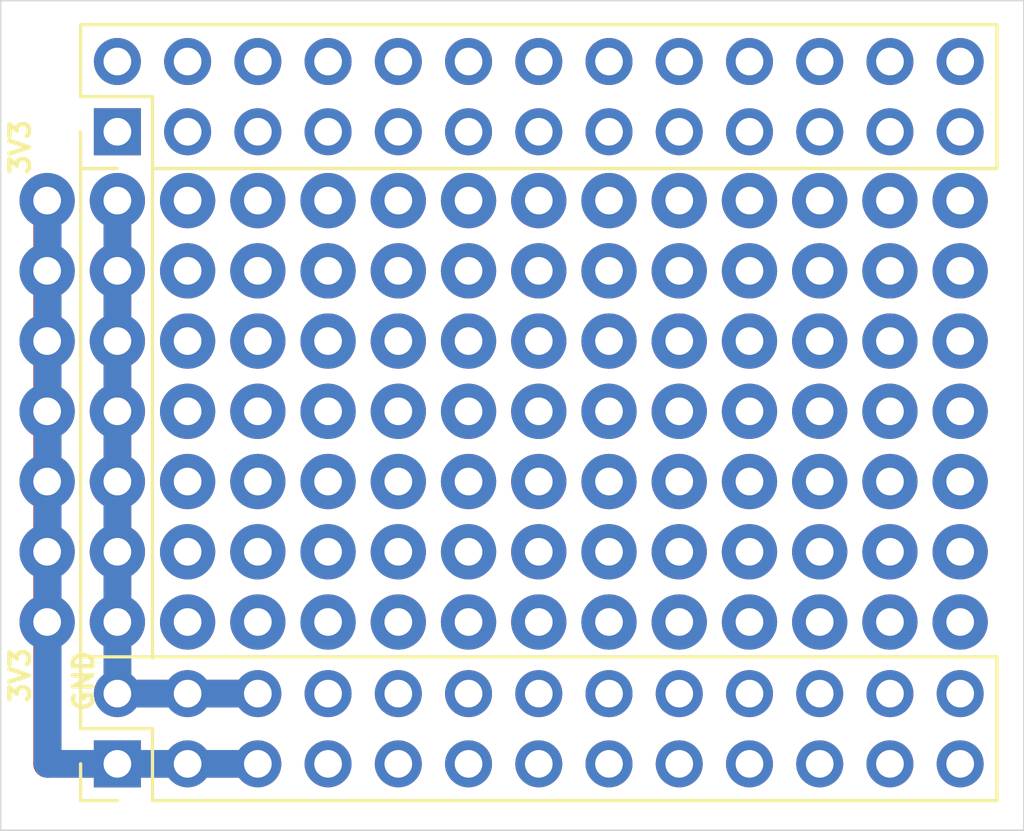
<source format=kicad_pcb>
(kicad_pcb (version 20171130) (host pcbnew "(5.1.8-0-10_14)")

  (general
    (thickness 1.6)
    (drawings 9)
    (tracks 14)
    (zones 0)
    (modules 100)
    (nets 43)
  )

  (page A4)
  (layers
    (0 F.Cu signal)
    (31 B.Cu signal)
    (32 B.Adhes user)
    (33 F.Adhes user)
    (34 B.Paste user)
    (35 F.Paste user)
    (36 B.SilkS user)
    (37 F.SilkS user)
    (38 B.Mask user)
    (39 F.Mask user)
    (40 Dwgs.User user)
    (41 Cmts.User user)
    (42 Eco1.User user)
    (43 Eco2.User user)
    (44 Edge.Cuts user)
    (45 Margin user)
    (46 B.CrtYd user)
    (47 F.CrtYd user)
    (48 B.Fab user)
    (49 F.Fab user)
  )

  (setup
    (last_trace_width 1)
    (user_trace_width 0.1)
    (user_trace_width 0.2)
    (user_trace_width 0.25)
    (user_trace_width 0.261112)
    (user_trace_width 0.4)
    (user_trace_width 0.6)
    (user_trace_width 0.8)
    (user_trace_width 1)
    (trace_clearance 0.127)
    (zone_clearance 0.508)
    (zone_45_only no)
    (trace_min 0.09)
    (via_size 0.8)
    (via_drill 0.4)
    (via_min_size 0.45)
    (via_min_drill 0.2)
    (user_via 0.45 0.2)
    (user_via 0.6 0.4)
    (user_via 0.8 0.4)
    (user_via 1 0.6)
    (uvia_size 0.3)
    (uvia_drill 0.1)
    (uvias_allowed no)
    (uvia_min_size 0.2)
    (uvia_min_drill 0.1)
    (edge_width 0.05)
    (segment_width 0.2)
    (pcb_text_width 0.3)
    (pcb_text_size 1.5 1.5)
    (mod_edge_width 0.12)
    (mod_text_size 1 1)
    (mod_text_width 0.16)
    (pad_size 1.524 1.524)
    (pad_drill 0.762)
    (pad_to_mask_clearance 0.05)
    (aux_axis_origin 0 0)
    (visible_elements FFFFFF7F)
    (pcbplotparams
      (layerselection 0x010fc_ffffffff)
      (usegerberextensions false)
      (usegerberattributes true)
      (usegerberadvancedattributes true)
      (creategerberjobfile true)
      (excludeedgelayer true)
      (linewidth 0.100000)
      (plotframeref false)
      (viasonmask false)
      (mode 1)
      (useauxorigin false)
      (hpglpennumber 1)
      (hpglpenspeed 20)
      (hpglpendiameter 15.000000)
      (psnegative false)
      (psa4output false)
      (plotreference true)
      (plotvalue true)
      (plotinvisibletext false)
      (padsonsilk false)
      (subtractmaskfromsilk false)
      (outputformat 1)
      (mirror false)
      (drillshape 0)
      (scaleselection 1)
      (outputdirectory "assembly"))
  )

  (net 0 "")
  (net 1 GND)
  (net 2 +3V3)
  (net 3 +5V)
  (net 4 /BD0)
  (net 5 /BD1)
  (net 6 /BD2)
  (net 7 /BD3)
  (net 8 /VIO)
  (net 9 /BD4)
  (net 10 /BD5)
  (net 11 /BD6)
  (net 12 /BD7)
  (net 13 /BC0)
  (net 14 /BC1)
  (net 15 /BC2)
  (net 16 /BC3)
  (net 17 /BC4)
  (net 18 /BC5)
  (net 19 /BC6)
  (net 20 /BC7)
  (net 21 /PWREN#)
  (net 22 /DATA)
  (net 23 /CLK)
  (net 24 /CS)
  (net 25 /AC7)
  (net 26 /SUSPEND#)
  (net 27 /AC5)
  (net 28 /AC6)
  (net 29 /AC4)
  (net 30 /AC2)
  (net 31 /AC3)
  (net 32 /AC0)
  (net 33 /AC1)
  (net 34 /AD6)
  (net 35 /AD7)
  (net 36 /AD4)
  (net 37 /AD5)
  (net 38 /AD3)
  (net 39 /AD1)
  (net 40 /AD2)
  (net 41 /AD0)
  (net 42 /RESET#)

  (net_class Default "This is the default net class."
    (clearance 0.127)
    (trace_width 0.2)
    (via_dia 0.8)
    (via_drill 0.4)
    (uvia_dia 0.3)
    (uvia_drill 0.1)
    (diff_pair_width 0.261112)
    (diff_pair_gap 0.2032)
    (add_net +3V3)
    (add_net +5V)
    (add_net /AC0)
    (add_net /AC1)
    (add_net /AC2)
    (add_net /AC3)
    (add_net /AC4)
    (add_net /AC5)
    (add_net /AC6)
    (add_net /AC7)
    (add_net /AD0)
    (add_net /AD1)
    (add_net /AD2)
    (add_net /AD3)
    (add_net /AD4)
    (add_net /AD5)
    (add_net /AD6)
    (add_net /AD7)
    (add_net /BC0)
    (add_net /BC1)
    (add_net /BC2)
    (add_net /BC3)
    (add_net /BC4)
    (add_net /BC5)
    (add_net /BC6)
    (add_net /BC7)
    (add_net /BD0)
    (add_net /BD1)
    (add_net /BD2)
    (add_net /BD3)
    (add_net /BD4)
    (add_net /BD5)
    (add_net /BD6)
    (add_net /BD7)
    (add_net /CLK)
    (add_net /CS)
    (add_net /DATA)
    (add_net /PWREN#)
    (add_net /RESET#)
    (add_net /SUSPEND#)
    (add_net /VIO)
    (add_net GND)
  )

  (module yacht_hardware:ProtoPad-Drill1mm (layer F.Cu) (tedit 5FC168B0) (tstamp 5FC35607)
    (at 106.68 96.52)
    (fp_text reference REF** (at 0 1.95) (layer F.SilkS) hide
      (effects (font (size 1 1) (thickness 0.15)))
    )
    (fp_text value ProtoPad-Drill1mm (at 0 -1.8) (layer F.Fab) hide
      (effects (font (size 1 1) (thickness 0.15)))
    )
    (pad 1 thru_hole circle (at 0 -0.05) (size 2 2) (drill 1) (layers *.Cu *.Mask))
  )

  (module yacht_hardware:ProtoPad-Drill1mm (layer F.Cu) (tedit 5FC168B0) (tstamp 5FC355F7)
    (at 106.68 93.98)
    (fp_text reference REF** (at 0 1.95) (layer F.SilkS) hide
      (effects (font (size 1 1) (thickness 0.15)))
    )
    (fp_text value ProtoPad-Drill1mm (at 0 -1.8) (layer F.Fab) hide
      (effects (font (size 1 1) (thickness 0.15)))
    )
    (pad 1 thru_hole circle (at 0 -0.05) (size 2 2) (drill 1) (layers *.Cu *.Mask))
  )

  (module yacht_hardware:ProtoPad-Drill1mm (layer F.Cu) (tedit 5FC168B0) (tstamp 5FC355EF)
    (at 106.68 91.44)
    (fp_text reference REF** (at 0 1.95) (layer F.SilkS) hide
      (effects (font (size 1 1) (thickness 0.15)))
    )
    (fp_text value ProtoPad-Drill1mm (at 0 -1.8) (layer F.Fab) hide
      (effects (font (size 1 1) (thickness 0.15)))
    )
    (pad 1 thru_hole circle (at 0 -0.05) (size 2 2) (drill 1) (layers *.Cu *.Mask))
  )

  (module yacht_hardware:ProtoPad-Drill1mm (layer F.Cu) (tedit 5FC168B0) (tstamp 5FC355E7)
    (at 106.68 88.9)
    (fp_text reference REF** (at 0 1.95) (layer F.SilkS) hide
      (effects (font (size 1 1) (thickness 0.15)))
    )
    (fp_text value ProtoPad-Drill1mm (at 0 -1.8) (layer F.Fab) hide
      (effects (font (size 1 1) (thickness 0.15)))
    )
    (pad 1 thru_hole circle (at 0 -0.05) (size 2 2) (drill 1) (layers *.Cu *.Mask))
  )

  (module yacht_hardware:ProtoPad-Drill1mm (layer F.Cu) (tedit 5FC168B0) (tstamp 5FC355DF)
    (at 106.68 86.36)
    (fp_text reference REF** (at 0 1.95) (layer F.SilkS) hide
      (effects (font (size 1 1) (thickness 0.15)))
    )
    (fp_text value ProtoPad-Drill1mm (at 0 -1.8) (layer F.Fab) hide
      (effects (font (size 1 1) (thickness 0.15)))
    )
    (pad 1 thru_hole circle (at 0 -0.05) (size 2 2) (drill 1) (layers *.Cu *.Mask))
  )

  (module yacht_hardware:ProtoPad-Drill1mm (layer F.Cu) (tedit 5FC168B0) (tstamp 5FC355D7)
    (at 106.68 83.82)
    (fp_text reference REF** (at 0 1.95) (layer F.SilkS) hide
      (effects (font (size 1 1) (thickness 0.15)))
    )
    (fp_text value ProtoPad-Drill1mm (at 0 -1.8) (layer F.Fab) hide
      (effects (font (size 1 1) (thickness 0.15)))
    )
    (pad 1 thru_hole circle (at 0 -0.05) (size 2 2) (drill 1) (layers *.Cu *.Mask))
  )

  (module yacht_hardware:ProtoPad-Drill1mm (layer F.Cu) (tedit 5FC168B0) (tstamp 5FC355CF)
    (at 106.68 81.28)
    (fp_text reference REF** (at 0 1.95) (layer F.SilkS) hide
      (effects (font (size 1 1) (thickness 0.15)))
    )
    (fp_text value ProtoPad-Drill1mm (at 0 -1.8) (layer F.Fab) hide
      (effects (font (size 1 1) (thickness 0.15)))
    )
    (pad 1 thru_hole circle (at 0 -0.05) (size 2 2) (drill 1) (layers *.Cu *.Mask))
  )

  (module yacht_hardware:ProtoPad-Drill1mm (layer F.Cu) (tedit 5FC168B0) (tstamp 5FC35579)
    (at 137.16 96.52)
    (fp_text reference REF** (at 0 1.95) (layer F.SilkS) hide
      (effects (font (size 1 1) (thickness 0.15)))
    )
    (fp_text value ProtoPad-Drill1mm (at 0 -1.8) (layer F.Fab) hide
      (effects (font (size 1 1) (thickness 0.15)))
    )
    (pad 1 thru_hole circle (at 0 -0.05) (size 2 2) (drill 1) (layers *.Cu *.Mask))
  )

  (module yacht_hardware:ProtoPad-Drill1mm (layer F.Cu) (tedit 5FC168B0) (tstamp 5FC35575)
    (at 129.54 96.52)
    (fp_text reference REF** (at 0 1.95) (layer F.SilkS) hide
      (effects (font (size 1 1) (thickness 0.15)))
    )
    (fp_text value ProtoPad-Drill1mm (at 0 -1.8) (layer F.Fab) hide
      (effects (font (size 1 1) (thickness 0.15)))
    )
    (pad 1 thru_hole circle (at 0 -0.05) (size 2 2) (drill 1) (layers *.Cu *.Mask))
  )

  (module yacht_hardware:ProtoPad-Drill1mm (layer F.Cu) (tedit 5FC168B0) (tstamp 5FC35571)
    (at 139.7 96.52)
    (fp_text reference REF** (at 0 1.95) (layer F.SilkS) hide
      (effects (font (size 1 1) (thickness 0.15)))
    )
    (fp_text value ProtoPad-Drill1mm (at 0 -1.8) (layer F.Fab) hide
      (effects (font (size 1 1) (thickness 0.15)))
    )
    (pad 1 thru_hole circle (at 0 -0.05) (size 2 2) (drill 1) (layers *.Cu *.Mask))
  )

  (module yacht_hardware:ProtoPad-Drill1mm (layer F.Cu) (tedit 5FC168B0) (tstamp 5FC3556D)
    (at 132.08 96.52)
    (fp_text reference REF** (at 0 1.95) (layer F.SilkS) hide
      (effects (font (size 1 1) (thickness 0.15)))
    )
    (fp_text value ProtoPad-Drill1mm (at 0 -1.8) (layer F.Fab) hide
      (effects (font (size 1 1) (thickness 0.15)))
    )
    (pad 1 thru_hole circle (at 0 -0.05) (size 2 2) (drill 1) (layers *.Cu *.Mask))
  )

  (module yacht_hardware:ProtoPad-Drill1mm (layer F.Cu) (tedit 5FC168B0) (tstamp 5FC35569)
    (at 124.46 96.52)
    (fp_text reference REF** (at 0 1.95) (layer F.SilkS) hide
      (effects (font (size 1 1) (thickness 0.15)))
    )
    (fp_text value ProtoPad-Drill1mm (at 0 -1.8) (layer F.Fab) hide
      (effects (font (size 1 1) (thickness 0.15)))
    )
    (pad 1 thru_hole circle (at 0 -0.05) (size 2 2) (drill 1) (layers *.Cu *.Mask))
  )

  (module yacht_hardware:ProtoPad-Drill1mm (layer F.Cu) (tedit 5FC168B0) (tstamp 5FC35565)
    (at 119.38 96.52)
    (fp_text reference REF** (at 0 1.95) (layer F.SilkS) hide
      (effects (font (size 1 1) (thickness 0.15)))
    )
    (fp_text value ProtoPad-Drill1mm (at 0 -1.8) (layer F.Fab) hide
      (effects (font (size 1 1) (thickness 0.15)))
    )
    (pad 1 thru_hole circle (at 0 -0.05) (size 2 2) (drill 1) (layers *.Cu *.Mask))
  )

  (module yacht_hardware:ProtoPad-Drill1mm (layer F.Cu) (tedit 5FC168B0) (tstamp 5FC35561)
    (at 109.22 96.52)
    (fp_text reference REF** (at 0 1.95) (layer F.SilkS) hide
      (effects (font (size 1 1) (thickness 0.15)))
    )
    (fp_text value ProtoPad-Drill1mm (at 0 -1.8) (layer F.Fab) hide
      (effects (font (size 1 1) (thickness 0.15)))
    )
    (pad 1 thru_hole circle (at 0 -0.05) (size 2 2) (drill 1) (layers *.Cu *.Mask))
  )

  (module yacht_hardware:ProtoPad-Drill1mm (layer F.Cu) (tedit 5FC168B0) (tstamp 5FC3555D)
    (at 121.92 96.52)
    (fp_text reference REF** (at 0 1.95) (layer F.SilkS) hide
      (effects (font (size 1 1) (thickness 0.15)))
    )
    (fp_text value ProtoPad-Drill1mm (at 0 -1.8) (layer F.Fab) hide
      (effects (font (size 1 1) (thickness 0.15)))
    )
    (pad 1 thru_hole circle (at 0 -0.05) (size 2 2) (drill 1) (layers *.Cu *.Mask))
  )

  (module yacht_hardware:ProtoPad-Drill1mm (layer F.Cu) (tedit 5FC168B0) (tstamp 5FC35555)
    (at 111.76 96.52)
    (fp_text reference REF** (at 0 1.95) (layer F.SilkS) hide
      (effects (font (size 1 1) (thickness 0.15)))
    )
    (fp_text value ProtoPad-Drill1mm (at 0 -1.8) (layer F.Fab) hide
      (effects (font (size 1 1) (thickness 0.15)))
    )
    (pad 1 thru_hole circle (at 0 -0.05) (size 2 2) (drill 1) (layers *.Cu *.Mask))
  )

  (module yacht_hardware:ProtoPad-Drill1mm (layer F.Cu) (tedit 5FC168B0) (tstamp 5FC35551)
    (at 114.3 96.52)
    (fp_text reference REF** (at 0 1.95) (layer F.SilkS) hide
      (effects (font (size 1 1) (thickness 0.15)))
    )
    (fp_text value ProtoPad-Drill1mm (at 0 -1.8) (layer F.Fab) hide
      (effects (font (size 1 1) (thickness 0.15)))
    )
    (pad 1 thru_hole circle (at 0 -0.05) (size 2 2) (drill 1) (layers *.Cu *.Mask))
  )

  (module yacht_hardware:ProtoPad-Drill1mm (layer F.Cu) (tedit 5FC168B0) (tstamp 5FC3554D)
    (at 134.62 96.52)
    (fp_text reference REF** (at 0 1.95) (layer F.SilkS) hide
      (effects (font (size 1 1) (thickness 0.15)))
    )
    (fp_text value ProtoPad-Drill1mm (at 0 -1.8) (layer F.Fab) hide
      (effects (font (size 1 1) (thickness 0.15)))
    )
    (pad 1 thru_hole circle (at 0 -0.05) (size 2 2) (drill 1) (layers *.Cu *.Mask))
  )

  (module yacht_hardware:ProtoPad-Drill1mm (layer F.Cu) (tedit 5FC168B0) (tstamp 5FC35549)
    (at 127 96.52)
    (fp_text reference REF** (at 0 1.95) (layer F.SilkS) hide
      (effects (font (size 1 1) (thickness 0.15)))
    )
    (fp_text value ProtoPad-Drill1mm (at 0 -1.8) (layer F.Fab) hide
      (effects (font (size 1 1) (thickness 0.15)))
    )
    (pad 1 thru_hole circle (at 0 -0.05) (size 2 2) (drill 1) (layers *.Cu *.Mask))
  )

  (module yacht_hardware:ProtoPad-Drill1mm (layer F.Cu) (tedit 5FC168B0) (tstamp 5FC35545)
    (at 116.84 96.52)
    (fp_text reference REF** (at 0 1.95) (layer F.SilkS) hide
      (effects (font (size 1 1) (thickness 0.15)))
    )
    (fp_text value ProtoPad-Drill1mm (at 0 -1.8) (layer F.Fab) hide
      (effects (font (size 1 1) (thickness 0.15)))
    )
    (pad 1 thru_hole circle (at 0 -0.05) (size 2 2) (drill 1) (layers *.Cu *.Mask))
  )

  (module yacht_hardware:ProtoPad-Drill1mm (layer F.Cu) (tedit 5FC168B0) (tstamp 5FC35509)
    (at 137.16 93.98)
    (fp_text reference REF** (at 0 1.95) (layer F.SilkS) hide
      (effects (font (size 1 1) (thickness 0.15)))
    )
    (fp_text value ProtoPad-Drill1mm (at 0 -1.8) (layer F.Fab) hide
      (effects (font (size 1 1) (thickness 0.15)))
    )
    (pad 1 thru_hole circle (at 0 -0.05) (size 2 2) (drill 1) (layers *.Cu *.Mask))
  )

  (module yacht_hardware:ProtoPad-Drill1mm (layer F.Cu) (tedit 5FC168B0) (tstamp 5FC35505)
    (at 129.54 93.98)
    (fp_text reference REF** (at 0 1.95) (layer F.SilkS) hide
      (effects (font (size 1 1) (thickness 0.15)))
    )
    (fp_text value ProtoPad-Drill1mm (at 0 -1.8) (layer F.Fab) hide
      (effects (font (size 1 1) (thickness 0.15)))
    )
    (pad 1 thru_hole circle (at 0 -0.05) (size 2 2) (drill 1) (layers *.Cu *.Mask))
  )

  (module yacht_hardware:ProtoPad-Drill1mm (layer F.Cu) (tedit 5FC168B0) (tstamp 5FC35501)
    (at 139.7 93.98)
    (fp_text reference REF** (at 0 1.95) (layer F.SilkS) hide
      (effects (font (size 1 1) (thickness 0.15)))
    )
    (fp_text value ProtoPad-Drill1mm (at 0 -1.8) (layer F.Fab) hide
      (effects (font (size 1 1) (thickness 0.15)))
    )
    (pad 1 thru_hole circle (at 0 -0.05) (size 2 2) (drill 1) (layers *.Cu *.Mask))
  )

  (module yacht_hardware:ProtoPad-Drill1mm (layer F.Cu) (tedit 5FC168B0) (tstamp 5FC354FD)
    (at 132.08 93.98)
    (fp_text reference REF** (at 0 1.95) (layer F.SilkS) hide
      (effects (font (size 1 1) (thickness 0.15)))
    )
    (fp_text value ProtoPad-Drill1mm (at 0 -1.8) (layer F.Fab) hide
      (effects (font (size 1 1) (thickness 0.15)))
    )
    (pad 1 thru_hole circle (at 0 -0.05) (size 2 2) (drill 1) (layers *.Cu *.Mask))
  )

  (module yacht_hardware:ProtoPad-Drill1mm (layer F.Cu) (tedit 5FC168B0) (tstamp 5FC354F9)
    (at 119.38 93.98)
    (fp_text reference REF** (at 0 1.95) (layer F.SilkS) hide
      (effects (font (size 1 1) (thickness 0.15)))
    )
    (fp_text value ProtoPad-Drill1mm (at 0 -1.8) (layer F.Fab) hide
      (effects (font (size 1 1) (thickness 0.15)))
    )
    (pad 1 thru_hole circle (at 0 -0.05) (size 2 2) (drill 1) (layers *.Cu *.Mask))
  )

  (module yacht_hardware:ProtoPad-Drill1mm (layer F.Cu) (tedit 5FC168B0) (tstamp 5FC354F5)
    (at 124.46 93.98)
    (fp_text reference REF** (at 0 1.95) (layer F.SilkS) hide
      (effects (font (size 1 1) (thickness 0.15)))
    )
    (fp_text value ProtoPad-Drill1mm (at 0 -1.8) (layer F.Fab) hide
      (effects (font (size 1 1) (thickness 0.15)))
    )
    (pad 1 thru_hole circle (at 0 -0.05) (size 2 2) (drill 1) (layers *.Cu *.Mask))
  )

  (module yacht_hardware:ProtoPad-Drill1mm (layer F.Cu) (tedit 5FC168B0) (tstamp 5FC354F1)
    (at 109.22 93.98)
    (fp_text reference REF** (at 0 1.95) (layer F.SilkS) hide
      (effects (font (size 1 1) (thickness 0.15)))
    )
    (fp_text value ProtoPad-Drill1mm (at 0 -1.8) (layer F.Fab) hide
      (effects (font (size 1 1) (thickness 0.15)))
    )
    (pad 1 thru_hole circle (at 0 -0.05) (size 2 2) (drill 1) (layers *.Cu *.Mask))
  )

  (module yacht_hardware:ProtoPad-Drill1mm (layer F.Cu) (tedit 5FC168B0) (tstamp 5FC354ED)
    (at 121.92 93.98)
    (fp_text reference REF** (at 0 1.95) (layer F.SilkS) hide
      (effects (font (size 1 1) (thickness 0.15)))
    )
    (fp_text value ProtoPad-Drill1mm (at 0 -1.8) (layer F.Fab) hide
      (effects (font (size 1 1) (thickness 0.15)))
    )
    (pad 1 thru_hole circle (at 0 -0.05) (size 2 2) (drill 1) (layers *.Cu *.Mask))
  )

  (module yacht_hardware:ProtoPad-Drill1mm (layer F.Cu) (tedit 5FC168B0) (tstamp 5FC354E5)
    (at 111.76 93.98)
    (fp_text reference REF** (at 0 1.95) (layer F.SilkS) hide
      (effects (font (size 1 1) (thickness 0.15)))
    )
    (fp_text value ProtoPad-Drill1mm (at 0 -1.8) (layer F.Fab) hide
      (effects (font (size 1 1) (thickness 0.15)))
    )
    (pad 1 thru_hole circle (at 0 -0.05) (size 2 2) (drill 1) (layers *.Cu *.Mask))
  )

  (module yacht_hardware:ProtoPad-Drill1mm (layer F.Cu) (tedit 5FC168B0) (tstamp 5FC354E1)
    (at 114.3 93.98)
    (fp_text reference REF** (at 0 1.95) (layer F.SilkS) hide
      (effects (font (size 1 1) (thickness 0.15)))
    )
    (fp_text value ProtoPad-Drill1mm (at 0 -1.8) (layer F.Fab) hide
      (effects (font (size 1 1) (thickness 0.15)))
    )
    (pad 1 thru_hole circle (at 0 -0.05) (size 2 2) (drill 1) (layers *.Cu *.Mask))
  )

  (module yacht_hardware:ProtoPad-Drill1mm (layer F.Cu) (tedit 5FC168B0) (tstamp 5FC354DD)
    (at 134.62 93.98)
    (fp_text reference REF** (at 0 1.95) (layer F.SilkS) hide
      (effects (font (size 1 1) (thickness 0.15)))
    )
    (fp_text value ProtoPad-Drill1mm (at 0 -1.8) (layer F.Fab) hide
      (effects (font (size 1 1) (thickness 0.15)))
    )
    (pad 1 thru_hole circle (at 0 -0.05) (size 2 2) (drill 1) (layers *.Cu *.Mask))
  )

  (module yacht_hardware:ProtoPad-Drill1mm (layer F.Cu) (tedit 5FC168B0) (tstamp 5FC354D9)
    (at 127 93.98)
    (fp_text reference REF** (at 0 1.95) (layer F.SilkS) hide
      (effects (font (size 1 1) (thickness 0.15)))
    )
    (fp_text value ProtoPad-Drill1mm (at 0 -1.8) (layer F.Fab) hide
      (effects (font (size 1 1) (thickness 0.15)))
    )
    (pad 1 thru_hole circle (at 0 -0.05) (size 2 2) (drill 1) (layers *.Cu *.Mask))
  )

  (module yacht_hardware:ProtoPad-Drill1mm (layer F.Cu) (tedit 5FC168B0) (tstamp 5FC354D5)
    (at 116.84 93.98)
    (fp_text reference REF** (at 0 1.95) (layer F.SilkS) hide
      (effects (font (size 1 1) (thickness 0.15)))
    )
    (fp_text value ProtoPad-Drill1mm (at 0 -1.8) (layer F.Fab) hide
      (effects (font (size 1 1) (thickness 0.15)))
    )
    (pad 1 thru_hole circle (at 0 -0.05) (size 2 2) (drill 1) (layers *.Cu *.Mask))
  )

  (module yacht_hardware:ProtoPad-Drill1mm (layer F.Cu) (tedit 5FC168B0) (tstamp 5FC35499)
    (at 137.16 91.44)
    (fp_text reference REF** (at 0 1.95) (layer F.SilkS) hide
      (effects (font (size 1 1) (thickness 0.15)))
    )
    (fp_text value ProtoPad-Drill1mm (at 0 -1.8) (layer F.Fab) hide
      (effects (font (size 1 1) (thickness 0.15)))
    )
    (pad 1 thru_hole circle (at 0 -0.05) (size 2 2) (drill 1) (layers *.Cu *.Mask))
  )

  (module yacht_hardware:ProtoPad-Drill1mm (layer F.Cu) (tedit 5FC168B0) (tstamp 5FC35495)
    (at 129.54 91.44)
    (fp_text reference REF** (at 0 1.95) (layer F.SilkS) hide
      (effects (font (size 1 1) (thickness 0.15)))
    )
    (fp_text value ProtoPad-Drill1mm (at 0 -1.8) (layer F.Fab) hide
      (effects (font (size 1 1) (thickness 0.15)))
    )
    (pad 1 thru_hole circle (at 0 -0.05) (size 2 2) (drill 1) (layers *.Cu *.Mask))
  )

  (module yacht_hardware:ProtoPad-Drill1mm (layer F.Cu) (tedit 5FC168B0) (tstamp 5FC35491)
    (at 139.7 91.44)
    (fp_text reference REF** (at 0 1.95) (layer F.SilkS) hide
      (effects (font (size 1 1) (thickness 0.15)))
    )
    (fp_text value ProtoPad-Drill1mm (at 0 -1.8) (layer F.Fab) hide
      (effects (font (size 1 1) (thickness 0.15)))
    )
    (pad 1 thru_hole circle (at 0 -0.05) (size 2 2) (drill 1) (layers *.Cu *.Mask))
  )

  (module yacht_hardware:ProtoPad-Drill1mm (layer F.Cu) (tedit 5FC168B0) (tstamp 5FC3548D)
    (at 132.08 91.44)
    (fp_text reference REF** (at 0 1.95) (layer F.SilkS) hide
      (effects (font (size 1 1) (thickness 0.15)))
    )
    (fp_text value ProtoPad-Drill1mm (at 0 -1.8) (layer F.Fab) hide
      (effects (font (size 1 1) (thickness 0.15)))
    )
    (pad 1 thru_hole circle (at 0 -0.05) (size 2 2) (drill 1) (layers *.Cu *.Mask))
  )

  (module yacht_hardware:ProtoPad-Drill1mm (layer F.Cu) (tedit 5FC168B0) (tstamp 5FC35489)
    (at 119.38 91.44)
    (fp_text reference REF** (at 0 1.95) (layer F.SilkS) hide
      (effects (font (size 1 1) (thickness 0.15)))
    )
    (fp_text value ProtoPad-Drill1mm (at 0 -1.8) (layer F.Fab) hide
      (effects (font (size 1 1) (thickness 0.15)))
    )
    (pad 1 thru_hole circle (at 0 -0.05) (size 2 2) (drill 1) (layers *.Cu *.Mask))
  )

  (module yacht_hardware:ProtoPad-Drill1mm (layer F.Cu) (tedit 5FC168B0) (tstamp 5FC35485)
    (at 124.46 91.44)
    (fp_text reference REF** (at 0 1.95) (layer F.SilkS) hide
      (effects (font (size 1 1) (thickness 0.15)))
    )
    (fp_text value ProtoPad-Drill1mm (at 0 -1.8) (layer F.Fab) hide
      (effects (font (size 1 1) (thickness 0.15)))
    )
    (pad 1 thru_hole circle (at 0 -0.05) (size 2 2) (drill 1) (layers *.Cu *.Mask))
  )

  (module yacht_hardware:ProtoPad-Drill1mm (layer F.Cu) (tedit 5FC168B0) (tstamp 5FC35481)
    (at 109.22 91.44)
    (fp_text reference REF** (at 0 1.95) (layer F.SilkS) hide
      (effects (font (size 1 1) (thickness 0.15)))
    )
    (fp_text value ProtoPad-Drill1mm (at 0 -1.8) (layer F.Fab) hide
      (effects (font (size 1 1) (thickness 0.15)))
    )
    (pad 1 thru_hole circle (at 0 -0.05) (size 2 2) (drill 1) (layers *.Cu *.Mask))
  )

  (module yacht_hardware:ProtoPad-Drill1mm (layer F.Cu) (tedit 5FC168B0) (tstamp 5FC3547D)
    (at 121.92 91.44)
    (fp_text reference REF** (at 0 1.95) (layer F.SilkS) hide
      (effects (font (size 1 1) (thickness 0.15)))
    )
    (fp_text value ProtoPad-Drill1mm (at 0 -1.8) (layer F.Fab) hide
      (effects (font (size 1 1) (thickness 0.15)))
    )
    (pad 1 thru_hole circle (at 0 -0.05) (size 2 2) (drill 1) (layers *.Cu *.Mask))
  )

  (module yacht_hardware:ProtoPad-Drill1mm (layer F.Cu) (tedit 5FC168B0) (tstamp 5FC35475)
    (at 111.76 91.44)
    (fp_text reference REF** (at 0 1.95) (layer F.SilkS) hide
      (effects (font (size 1 1) (thickness 0.15)))
    )
    (fp_text value ProtoPad-Drill1mm (at 0 -1.8) (layer F.Fab) hide
      (effects (font (size 1 1) (thickness 0.15)))
    )
    (pad 1 thru_hole circle (at 0 -0.05) (size 2 2) (drill 1) (layers *.Cu *.Mask))
  )

  (module yacht_hardware:ProtoPad-Drill1mm (layer F.Cu) (tedit 5FC168B0) (tstamp 5FC35471)
    (at 114.3 91.44)
    (fp_text reference REF** (at 0 1.95) (layer F.SilkS) hide
      (effects (font (size 1 1) (thickness 0.15)))
    )
    (fp_text value ProtoPad-Drill1mm (at 0 -1.8) (layer F.Fab) hide
      (effects (font (size 1 1) (thickness 0.15)))
    )
    (pad 1 thru_hole circle (at 0 -0.05) (size 2 2) (drill 1) (layers *.Cu *.Mask))
  )

  (module yacht_hardware:ProtoPad-Drill1mm (layer F.Cu) (tedit 5FC168B0) (tstamp 5FC3546D)
    (at 134.62 91.44)
    (fp_text reference REF** (at 0 1.95) (layer F.SilkS) hide
      (effects (font (size 1 1) (thickness 0.15)))
    )
    (fp_text value ProtoPad-Drill1mm (at 0 -1.8) (layer F.Fab) hide
      (effects (font (size 1 1) (thickness 0.15)))
    )
    (pad 1 thru_hole circle (at 0 -0.05) (size 2 2) (drill 1) (layers *.Cu *.Mask))
  )

  (module yacht_hardware:ProtoPad-Drill1mm (layer F.Cu) (tedit 5FC168B0) (tstamp 5FC35469)
    (at 127 91.44)
    (fp_text reference REF** (at 0 1.95) (layer F.SilkS) hide
      (effects (font (size 1 1) (thickness 0.15)))
    )
    (fp_text value ProtoPad-Drill1mm (at 0 -1.8) (layer F.Fab) hide
      (effects (font (size 1 1) (thickness 0.15)))
    )
    (pad 1 thru_hole circle (at 0 -0.05) (size 2 2) (drill 1) (layers *.Cu *.Mask))
  )

  (module yacht_hardware:ProtoPad-Drill1mm (layer F.Cu) (tedit 5FC168B0) (tstamp 5FC35465)
    (at 116.84 91.44)
    (fp_text reference REF** (at 0 1.95) (layer F.SilkS) hide
      (effects (font (size 1 1) (thickness 0.15)))
    )
    (fp_text value ProtoPad-Drill1mm (at 0 -1.8) (layer F.Fab) hide
      (effects (font (size 1 1) (thickness 0.15)))
    )
    (pad 1 thru_hole circle (at 0 -0.05) (size 2 2) (drill 1) (layers *.Cu *.Mask))
  )

  (module yacht_hardware:ProtoPad-Drill1mm (layer F.Cu) (tedit 5FC168B0) (tstamp 5FC35429)
    (at 132.08 88.9)
    (fp_text reference REF** (at 0 1.95) (layer F.SilkS) hide
      (effects (font (size 1 1) (thickness 0.15)))
    )
    (fp_text value ProtoPad-Drill1mm (at 0 -1.8) (layer F.Fab) hide
      (effects (font (size 1 1) (thickness 0.15)))
    )
    (pad 1 thru_hole circle (at 0 -0.05) (size 2 2) (drill 1) (layers *.Cu *.Mask))
  )

  (module yacht_hardware:ProtoPad-Drill1mm (layer F.Cu) (tedit 5FC168B0) (tstamp 5FC35425)
    (at 109.22 88.9)
    (fp_text reference REF** (at 0 1.95) (layer F.SilkS) hide
      (effects (font (size 1 1) (thickness 0.15)))
    )
    (fp_text value ProtoPad-Drill1mm (at 0 -1.8) (layer F.Fab) hide
      (effects (font (size 1 1) (thickness 0.15)))
    )
    (pad 1 thru_hole circle (at 0 -0.05) (size 2 2) (drill 1) (layers *.Cu *.Mask))
  )

  (module yacht_hardware:ProtoPad-Drill1mm (layer F.Cu) (tedit 5FC168B0) (tstamp 5FC35421)
    (at 137.16 88.9)
    (fp_text reference REF** (at 0 1.95) (layer F.SilkS) hide
      (effects (font (size 1 1) (thickness 0.15)))
    )
    (fp_text value ProtoPad-Drill1mm (at 0 -1.8) (layer F.Fab) hide
      (effects (font (size 1 1) (thickness 0.15)))
    )
    (pad 1 thru_hole circle (at 0 -0.05) (size 2 2) (drill 1) (layers *.Cu *.Mask))
  )

  (module yacht_hardware:ProtoPad-Drill1mm (layer F.Cu) (tedit 5FC168B0) (tstamp 5FC3541D)
    (at 129.54 88.9)
    (fp_text reference REF** (at 0 1.95) (layer F.SilkS) hide
      (effects (font (size 1 1) (thickness 0.15)))
    )
    (fp_text value ProtoPad-Drill1mm (at 0 -1.8) (layer F.Fab) hide
      (effects (font (size 1 1) (thickness 0.15)))
    )
    (pad 1 thru_hole circle (at 0 -0.05) (size 2 2) (drill 1) (layers *.Cu *.Mask))
  )

  (module yacht_hardware:ProtoPad-Drill1mm (layer F.Cu) (tedit 5FC168B0) (tstamp 5FC35419)
    (at 139.7 88.9)
    (fp_text reference REF** (at 0 1.95) (layer F.SilkS) hide
      (effects (font (size 1 1) (thickness 0.15)))
    )
    (fp_text value ProtoPad-Drill1mm (at 0 -1.8) (layer F.Fab) hide
      (effects (font (size 1 1) (thickness 0.15)))
    )
    (pad 1 thru_hole circle (at 0 -0.05) (size 2 2) (drill 1) (layers *.Cu *.Mask))
  )

  (module yacht_hardware:ProtoPad-Drill1mm (layer F.Cu) (tedit 5FC168B0) (tstamp 5FC35415)
    (at 127 88.9)
    (fp_text reference REF** (at 0 1.95) (layer F.SilkS) hide
      (effects (font (size 1 1) (thickness 0.15)))
    )
    (fp_text value ProtoPad-Drill1mm (at 0 -1.8) (layer F.Fab) hide
      (effects (font (size 1 1) (thickness 0.15)))
    )
    (pad 1 thru_hole circle (at 0 -0.05) (size 2 2) (drill 1) (layers *.Cu *.Mask))
  )

  (module yacht_hardware:ProtoPad-Drill1mm (layer F.Cu) (tedit 5FC168B0) (tstamp 5FC35411)
    (at 116.84 88.9)
    (fp_text reference REF** (at 0 1.95) (layer F.SilkS) hide
      (effects (font (size 1 1) (thickness 0.15)))
    )
    (fp_text value ProtoPad-Drill1mm (at 0 -1.8) (layer F.Fab) hide
      (effects (font (size 1 1) (thickness 0.15)))
    )
    (pad 1 thru_hole circle (at 0 -0.05) (size 2 2) (drill 1) (layers *.Cu *.Mask))
  )

  (module yacht_hardware:ProtoPad-Drill1mm (layer F.Cu) (tedit 5FC168B0) (tstamp 5FC35409)
    (at 111.76 88.9)
    (fp_text reference REF** (at 0 1.95) (layer F.SilkS) hide
      (effects (font (size 1 1) (thickness 0.15)))
    )
    (fp_text value ProtoPad-Drill1mm (at 0 -1.8) (layer F.Fab) hide
      (effects (font (size 1 1) (thickness 0.15)))
    )
    (pad 1 thru_hole circle (at 0 -0.05) (size 2 2) (drill 1) (layers *.Cu *.Mask))
  )

  (module yacht_hardware:ProtoPad-Drill1mm (layer F.Cu) (tedit 5FC168B0) (tstamp 5FC35405)
    (at 121.92 88.9)
    (fp_text reference REF** (at 0 1.95) (layer F.SilkS) hide
      (effects (font (size 1 1) (thickness 0.15)))
    )
    (fp_text value ProtoPad-Drill1mm (at 0 -1.8) (layer F.Fab) hide
      (effects (font (size 1 1) (thickness 0.15)))
    )
    (pad 1 thru_hole circle (at 0 -0.05) (size 2 2) (drill 1) (layers *.Cu *.Mask))
  )

  (module yacht_hardware:ProtoPad-Drill1mm (layer F.Cu) (tedit 5FC168B0) (tstamp 5FC35401)
    (at 114.3 88.9)
    (fp_text reference REF** (at 0 1.95) (layer F.SilkS) hide
      (effects (font (size 1 1) (thickness 0.15)))
    )
    (fp_text value ProtoPad-Drill1mm (at 0 -1.8) (layer F.Fab) hide
      (effects (font (size 1 1) (thickness 0.15)))
    )
    (pad 1 thru_hole circle (at 0 -0.05) (size 2 2) (drill 1) (layers *.Cu *.Mask))
  )

  (module yacht_hardware:ProtoPad-Drill1mm (layer F.Cu) (tedit 5FC168B0) (tstamp 5FC353FD)
    (at 134.62 88.9)
    (fp_text reference REF** (at 0 1.95) (layer F.SilkS) hide
      (effects (font (size 1 1) (thickness 0.15)))
    )
    (fp_text value ProtoPad-Drill1mm (at 0 -1.8) (layer F.Fab) hide
      (effects (font (size 1 1) (thickness 0.15)))
    )
    (pad 1 thru_hole circle (at 0 -0.05) (size 2 2) (drill 1) (layers *.Cu *.Mask))
  )

  (module yacht_hardware:ProtoPad-Drill1mm (layer F.Cu) (tedit 5FC168B0) (tstamp 5FC353F9)
    (at 119.38 88.9)
    (fp_text reference REF** (at 0 1.95) (layer F.SilkS) hide
      (effects (font (size 1 1) (thickness 0.15)))
    )
    (fp_text value ProtoPad-Drill1mm (at 0 -1.8) (layer F.Fab) hide
      (effects (font (size 1 1) (thickness 0.15)))
    )
    (pad 1 thru_hole circle (at 0 -0.05) (size 2 2) (drill 1) (layers *.Cu *.Mask))
  )

  (module yacht_hardware:ProtoPad-Drill1mm (layer F.Cu) (tedit 5FC168B0) (tstamp 5FC353F5)
    (at 124.46 88.9)
    (fp_text reference REF** (at 0 1.95) (layer F.SilkS) hide
      (effects (font (size 1 1) (thickness 0.15)))
    )
    (fp_text value ProtoPad-Drill1mm (at 0 -1.8) (layer F.Fab) hide
      (effects (font (size 1 1) (thickness 0.15)))
    )
    (pad 1 thru_hole circle (at 0 -0.05) (size 2 2) (drill 1) (layers *.Cu *.Mask))
  )

  (module yacht_hardware:ProtoPad-Drill1mm (layer F.Cu) (tedit 5FC168B0) (tstamp 5FC353B9)
    (at 132.08 86.36)
    (fp_text reference REF** (at 0 1.95) (layer F.SilkS) hide
      (effects (font (size 1 1) (thickness 0.15)))
    )
    (fp_text value ProtoPad-Drill1mm (at 0 -1.8) (layer F.Fab) hide
      (effects (font (size 1 1) (thickness 0.15)))
    )
    (pad 1 thru_hole circle (at 0 -0.05) (size 2 2) (drill 1) (layers *.Cu *.Mask))
  )

  (module yacht_hardware:ProtoPad-Drill1mm (layer F.Cu) (tedit 5FC168B0) (tstamp 5FC353B5)
    (at 109.22 86.36)
    (fp_text reference REF** (at 0 1.95) (layer F.SilkS) hide
      (effects (font (size 1 1) (thickness 0.15)))
    )
    (fp_text value ProtoPad-Drill1mm (at 0 -1.8) (layer F.Fab) hide
      (effects (font (size 1 1) (thickness 0.15)))
    )
    (pad 1 thru_hole circle (at 0 -0.05) (size 2 2) (drill 1) (layers *.Cu *.Mask))
  )

  (module yacht_hardware:ProtoPad-Drill1mm (layer F.Cu) (tedit 5FC168B0) (tstamp 5FC353B1)
    (at 137.16 86.36)
    (fp_text reference REF** (at 0 1.95) (layer F.SilkS) hide
      (effects (font (size 1 1) (thickness 0.15)))
    )
    (fp_text value ProtoPad-Drill1mm (at 0 -1.8) (layer F.Fab) hide
      (effects (font (size 1 1) (thickness 0.15)))
    )
    (pad 1 thru_hole circle (at 0 -0.05) (size 2 2) (drill 1) (layers *.Cu *.Mask))
  )

  (module yacht_hardware:ProtoPad-Drill1mm (layer F.Cu) (tedit 5FC168B0) (tstamp 5FC353AD)
    (at 129.54 86.36)
    (fp_text reference REF** (at 0 1.95) (layer F.SilkS) hide
      (effects (font (size 1 1) (thickness 0.15)))
    )
    (fp_text value ProtoPad-Drill1mm (at 0 -1.8) (layer F.Fab) hide
      (effects (font (size 1 1) (thickness 0.15)))
    )
    (pad 1 thru_hole circle (at 0 -0.05) (size 2 2) (drill 1) (layers *.Cu *.Mask))
  )

  (module yacht_hardware:ProtoPad-Drill1mm (layer F.Cu) (tedit 5FC168B0) (tstamp 5FC353A9)
    (at 139.7 86.36)
    (fp_text reference REF** (at 0 1.95) (layer F.SilkS) hide
      (effects (font (size 1 1) (thickness 0.15)))
    )
    (fp_text value ProtoPad-Drill1mm (at 0 -1.8) (layer F.Fab) hide
      (effects (font (size 1 1) (thickness 0.15)))
    )
    (pad 1 thru_hole circle (at 0 -0.05) (size 2 2) (drill 1) (layers *.Cu *.Mask))
  )

  (module yacht_hardware:ProtoPad-Drill1mm (layer F.Cu) (tedit 5FC168B0) (tstamp 5FC353A5)
    (at 127 86.36)
    (fp_text reference REF** (at 0 1.95) (layer F.SilkS) hide
      (effects (font (size 1 1) (thickness 0.15)))
    )
    (fp_text value ProtoPad-Drill1mm (at 0 -1.8) (layer F.Fab) hide
      (effects (font (size 1 1) (thickness 0.15)))
    )
    (pad 1 thru_hole circle (at 0 -0.05) (size 2 2) (drill 1) (layers *.Cu *.Mask))
  )

  (module yacht_hardware:ProtoPad-Drill1mm (layer F.Cu) (tedit 5FC168B0) (tstamp 5FC353A1)
    (at 116.84 86.36)
    (fp_text reference REF** (at 0 1.95) (layer F.SilkS) hide
      (effects (font (size 1 1) (thickness 0.15)))
    )
    (fp_text value ProtoPad-Drill1mm (at 0 -1.8) (layer F.Fab) hide
      (effects (font (size 1 1) (thickness 0.15)))
    )
    (pad 1 thru_hole circle (at 0 -0.05) (size 2 2) (drill 1) (layers *.Cu *.Mask))
  )

  (module yacht_hardware:ProtoPad-Drill1mm (layer F.Cu) (tedit 5FC168B0) (tstamp 5FC35399)
    (at 111.76 86.36)
    (fp_text reference REF** (at 0 1.95) (layer F.SilkS) hide
      (effects (font (size 1 1) (thickness 0.15)))
    )
    (fp_text value ProtoPad-Drill1mm (at 0 -1.8) (layer F.Fab) hide
      (effects (font (size 1 1) (thickness 0.15)))
    )
    (pad 1 thru_hole circle (at 0 -0.05) (size 2 2) (drill 1) (layers *.Cu *.Mask))
  )

  (module yacht_hardware:ProtoPad-Drill1mm (layer F.Cu) (tedit 5FC168B0) (tstamp 5FC35395)
    (at 121.92 86.36)
    (fp_text reference REF** (at 0 1.95) (layer F.SilkS) hide
      (effects (font (size 1 1) (thickness 0.15)))
    )
    (fp_text value ProtoPad-Drill1mm (at 0 -1.8) (layer F.Fab) hide
      (effects (font (size 1 1) (thickness 0.15)))
    )
    (pad 1 thru_hole circle (at 0 -0.05) (size 2 2) (drill 1) (layers *.Cu *.Mask))
  )

  (module yacht_hardware:ProtoPad-Drill1mm (layer F.Cu) (tedit 5FC168B0) (tstamp 5FC35391)
    (at 114.3 86.36)
    (fp_text reference REF** (at 0 1.95) (layer F.SilkS) hide
      (effects (font (size 1 1) (thickness 0.15)))
    )
    (fp_text value ProtoPad-Drill1mm (at 0 -1.8) (layer F.Fab) hide
      (effects (font (size 1 1) (thickness 0.15)))
    )
    (pad 1 thru_hole circle (at 0 -0.05) (size 2 2) (drill 1) (layers *.Cu *.Mask))
  )

  (module yacht_hardware:ProtoPad-Drill1mm (layer F.Cu) (tedit 5FC168B0) (tstamp 5FC3538D)
    (at 134.62 86.36)
    (fp_text reference REF** (at 0 1.95) (layer F.SilkS) hide
      (effects (font (size 1 1) (thickness 0.15)))
    )
    (fp_text value ProtoPad-Drill1mm (at 0 -1.8) (layer F.Fab) hide
      (effects (font (size 1 1) (thickness 0.15)))
    )
    (pad 1 thru_hole circle (at 0 -0.05) (size 2 2) (drill 1) (layers *.Cu *.Mask))
  )

  (module yacht_hardware:ProtoPad-Drill1mm (layer F.Cu) (tedit 5FC168B0) (tstamp 5FC35389)
    (at 119.38 86.36)
    (fp_text reference REF** (at 0 1.95) (layer F.SilkS) hide
      (effects (font (size 1 1) (thickness 0.15)))
    )
    (fp_text value ProtoPad-Drill1mm (at 0 -1.8) (layer F.Fab) hide
      (effects (font (size 1 1) (thickness 0.15)))
    )
    (pad 1 thru_hole circle (at 0 -0.05) (size 2 2) (drill 1) (layers *.Cu *.Mask))
  )

  (module yacht_hardware:ProtoPad-Drill1mm (layer F.Cu) (tedit 5FC168B0) (tstamp 5FC35385)
    (at 124.46 86.36)
    (fp_text reference REF** (at 0 1.95) (layer F.SilkS) hide
      (effects (font (size 1 1) (thickness 0.15)))
    )
    (fp_text value ProtoPad-Drill1mm (at 0 -1.8) (layer F.Fab) hide
      (effects (font (size 1 1) (thickness 0.15)))
    )
    (pad 1 thru_hole circle (at 0 -0.05) (size 2 2) (drill 1) (layers *.Cu *.Mask))
  )

  (module yacht_hardware:ProtoPad-Drill1mm (layer F.Cu) (tedit 5FC168B0) (tstamp 5FC35349)
    (at 129.54 83.82)
    (fp_text reference REF** (at 0 1.95) (layer F.SilkS) hide
      (effects (font (size 1 1) (thickness 0.15)))
    )
    (fp_text value ProtoPad-Drill1mm (at 0 -1.8) (layer F.Fab) hide
      (effects (font (size 1 1) (thickness 0.15)))
    )
    (pad 1 thru_hole circle (at 0 -0.05) (size 2 2) (drill 1) (layers *.Cu *.Mask))
  )

  (module yacht_hardware:ProtoPad-Drill1mm (layer F.Cu) (tedit 5FC168B0) (tstamp 5FC35345)
    (at 139.7 83.82)
    (fp_text reference REF** (at 0 1.95) (layer F.SilkS) hide
      (effects (font (size 1 1) (thickness 0.15)))
    )
    (fp_text value ProtoPad-Drill1mm (at 0 -1.8) (layer F.Fab) hide
      (effects (font (size 1 1) (thickness 0.15)))
    )
    (pad 1 thru_hole circle (at 0 -0.05) (size 2 2) (drill 1) (layers *.Cu *.Mask))
  )

  (module yacht_hardware:ProtoPad-Drill1mm (layer F.Cu) (tedit 5FC168B0) (tstamp 5FC35341)
    (at 127 83.82)
    (fp_text reference REF** (at 0 1.95) (layer F.SilkS) hide
      (effects (font (size 1 1) (thickness 0.15)))
    )
    (fp_text value ProtoPad-Drill1mm (at 0 -1.8) (layer F.Fab) hide
      (effects (font (size 1 1) (thickness 0.15)))
    )
    (pad 1 thru_hole circle (at 0 -0.05) (size 2 2) (drill 1) (layers *.Cu *.Mask))
  )

  (module yacht_hardware:ProtoPad-Drill1mm (layer F.Cu) (tedit 5FC168B0) (tstamp 5FC3533D)
    (at 116.84 83.82)
    (fp_text reference REF** (at 0 1.95) (layer F.SilkS) hide
      (effects (font (size 1 1) (thickness 0.15)))
    )
    (fp_text value ProtoPad-Drill1mm (at 0 -1.8) (layer F.Fab) hide
      (effects (font (size 1 1) (thickness 0.15)))
    )
    (pad 1 thru_hole circle (at 0 -0.05) (size 2 2) (drill 1) (layers *.Cu *.Mask))
  )

  (module yacht_hardware:ProtoPad-Drill1mm (layer F.Cu) (tedit 5FC168B0) (tstamp 5FC35335)
    (at 111.76 83.82)
    (fp_text reference REF** (at 0 1.95) (layer F.SilkS) hide
      (effects (font (size 1 1) (thickness 0.15)))
    )
    (fp_text value ProtoPad-Drill1mm (at 0 -1.8) (layer F.Fab) hide
      (effects (font (size 1 1) (thickness 0.15)))
    )
    (pad 1 thru_hole circle (at 0 -0.05) (size 2 2) (drill 1) (layers *.Cu *.Mask))
  )

  (module yacht_hardware:ProtoPad-Drill1mm (layer F.Cu) (tedit 5FC168B0) (tstamp 5FC35331)
    (at 121.92 83.82)
    (fp_text reference REF** (at 0 1.95) (layer F.SilkS) hide
      (effects (font (size 1 1) (thickness 0.15)))
    )
    (fp_text value ProtoPad-Drill1mm (at 0 -1.8) (layer F.Fab) hide
      (effects (font (size 1 1) (thickness 0.15)))
    )
    (pad 1 thru_hole circle (at 0 -0.05) (size 2 2) (drill 1) (layers *.Cu *.Mask))
  )

  (module yacht_hardware:ProtoPad-Drill1mm (layer F.Cu) (tedit 5FC168B0) (tstamp 5FC3532D)
    (at 114.3 83.82)
    (fp_text reference REF** (at 0 1.95) (layer F.SilkS) hide
      (effects (font (size 1 1) (thickness 0.15)))
    )
    (fp_text value ProtoPad-Drill1mm (at 0 -1.8) (layer F.Fab) hide
      (effects (font (size 1 1) (thickness 0.15)))
    )
    (pad 1 thru_hole circle (at 0 -0.05) (size 2 2) (drill 1) (layers *.Cu *.Mask))
  )

  (module yacht_hardware:ProtoPad-Drill1mm (layer F.Cu) (tedit 5FC168B0) (tstamp 5FC35329)
    (at 134.62 83.82)
    (fp_text reference REF** (at 0 1.95) (layer F.SilkS) hide
      (effects (font (size 1 1) (thickness 0.15)))
    )
    (fp_text value ProtoPad-Drill1mm (at 0 -1.8) (layer F.Fab) hide
      (effects (font (size 1 1) (thickness 0.15)))
    )
    (pad 1 thru_hole circle (at 0 -0.05) (size 2 2) (drill 1) (layers *.Cu *.Mask))
  )

  (module yacht_hardware:ProtoPad-Drill1mm (layer F.Cu) (tedit 5FC168B0) (tstamp 5FC35325)
    (at 119.38 83.82)
    (fp_text reference REF** (at 0 1.95) (layer F.SilkS) hide
      (effects (font (size 1 1) (thickness 0.15)))
    )
    (fp_text value ProtoPad-Drill1mm (at 0 -1.8) (layer F.Fab) hide
      (effects (font (size 1 1) (thickness 0.15)))
    )
    (pad 1 thru_hole circle (at 0 -0.05) (size 2 2) (drill 1) (layers *.Cu *.Mask))
  )

  (module yacht_hardware:ProtoPad-Drill1mm (layer F.Cu) (tedit 5FC168B0) (tstamp 5FC35321)
    (at 124.46 83.82)
    (fp_text reference REF** (at 0 1.95) (layer F.SilkS) hide
      (effects (font (size 1 1) (thickness 0.15)))
    )
    (fp_text value ProtoPad-Drill1mm (at 0 -1.8) (layer F.Fab) hide
      (effects (font (size 1 1) (thickness 0.15)))
    )
    (pad 1 thru_hole circle (at 0 -0.05) (size 2 2) (drill 1) (layers *.Cu *.Mask))
  )

  (module yacht_hardware:ProtoPad-Drill1mm (layer F.Cu) (tedit 5FC168B0) (tstamp 5FC3531D)
    (at 132.08 83.82)
    (fp_text reference REF** (at 0 1.95) (layer F.SilkS) hide
      (effects (font (size 1 1) (thickness 0.15)))
    )
    (fp_text value ProtoPad-Drill1mm (at 0 -1.8) (layer F.Fab) hide
      (effects (font (size 1 1) (thickness 0.15)))
    )
    (pad 1 thru_hole circle (at 0 -0.05) (size 2 2) (drill 1) (layers *.Cu *.Mask))
  )

  (module yacht_hardware:ProtoPad-Drill1mm (layer F.Cu) (tedit 5FC168B0) (tstamp 5FC35319)
    (at 109.22 83.82)
    (fp_text reference REF** (at 0 1.95) (layer F.SilkS) hide
      (effects (font (size 1 1) (thickness 0.15)))
    )
    (fp_text value ProtoPad-Drill1mm (at 0 -1.8) (layer F.Fab) hide
      (effects (font (size 1 1) (thickness 0.15)))
    )
    (pad 1 thru_hole circle (at 0 -0.05) (size 2 2) (drill 1) (layers *.Cu *.Mask))
  )

  (module yacht_hardware:ProtoPad-Drill1mm (layer F.Cu) (tedit 5FC168B0) (tstamp 5FC35315)
    (at 137.16 83.82)
    (fp_text reference REF** (at 0 1.95) (layer F.SilkS) hide
      (effects (font (size 1 1) (thickness 0.15)))
    )
    (fp_text value ProtoPad-Drill1mm (at 0 -1.8) (layer F.Fab) hide
      (effects (font (size 1 1) (thickness 0.15)))
    )
    (pad 1 thru_hole circle (at 0 -0.05) (size 2 2) (drill 1) (layers *.Cu *.Mask))
  )

  (module yacht_hardware:ProtoPad-Drill1mm (layer F.Cu) (tedit 5FC168B0) (tstamp 5FC35305)
    (at 139.7 81.28)
    (fp_text reference REF** (at 0 1.95) (layer F.SilkS) hide
      (effects (font (size 1 1) (thickness 0.15)))
    )
    (fp_text value ProtoPad-Drill1mm (at 0 -1.8) (layer F.Fab) hide
      (effects (font (size 1 1) (thickness 0.15)))
    )
    (pad 1 thru_hole circle (at 0 -0.05) (size 2 2) (drill 1) (layers *.Cu *.Mask))
  )

  (module yacht_hardware:ProtoPad-Drill1mm (layer F.Cu) (tedit 5FC168B0) (tstamp 5FC352FD)
    (at 137.16 81.28)
    (fp_text reference REF** (at 0 1.95) (layer F.SilkS) hide
      (effects (font (size 1 1) (thickness 0.15)))
    )
    (fp_text value ProtoPad-Drill1mm (at 0 -1.8) (layer F.Fab) hide
      (effects (font (size 1 1) (thickness 0.15)))
    )
    (pad 1 thru_hole circle (at 0 -0.05) (size 2 2) (drill 1) (layers *.Cu *.Mask))
  )

  (module yacht_hardware:ProtoPad-Drill1mm (layer F.Cu) (tedit 5FC168B0) (tstamp 5FC352ED)
    (at 134.62 81.28)
    (fp_text reference REF** (at 0 1.95) (layer F.SilkS) hide
      (effects (font (size 1 1) (thickness 0.15)))
    )
    (fp_text value ProtoPad-Drill1mm (at 0 -1.8) (layer F.Fab) hide
      (effects (font (size 1 1) (thickness 0.15)))
    )
    (pad 1 thru_hole circle (at 0 -0.05) (size 2 2) (drill 1) (layers *.Cu *.Mask))
  )

  (module yacht_hardware:ProtoPad-Drill1mm (layer F.Cu) (tedit 5FC168B0) (tstamp 5FC352E5)
    (at 132.08 81.28)
    (fp_text reference REF** (at 0 1.95) (layer F.SilkS) hide
      (effects (font (size 1 1) (thickness 0.15)))
    )
    (fp_text value ProtoPad-Drill1mm (at 0 -1.8) (layer F.Fab) hide
      (effects (font (size 1 1) (thickness 0.15)))
    )
    (pad 1 thru_hole circle (at 0 -0.05) (size 2 2) (drill 1) (layers *.Cu *.Mask))
  )

  (module yacht_hardware:ProtoPad-Drill1mm (layer F.Cu) (tedit 5FC168B0) (tstamp 5FC352DD)
    (at 129.54 81.28)
    (fp_text reference REF** (at 0 1.95) (layer F.SilkS) hide
      (effects (font (size 1 1) (thickness 0.15)))
    )
    (fp_text value ProtoPad-Drill1mm (at 0 -1.8) (layer F.Fab) hide
      (effects (font (size 1 1) (thickness 0.15)))
    )
    (pad 1 thru_hole circle (at 0 -0.05) (size 2 2) (drill 1) (layers *.Cu *.Mask))
  )

  (module yacht_hardware:ProtoPad-Drill1mm (layer F.Cu) (tedit 5FC168B0) (tstamp 5FC352D5)
    (at 127 81.28)
    (fp_text reference REF** (at 0 1.95) (layer F.SilkS) hide
      (effects (font (size 1 1) (thickness 0.15)))
    )
    (fp_text value ProtoPad-Drill1mm (at 0 -1.8) (layer F.Fab) hide
      (effects (font (size 1 1) (thickness 0.15)))
    )
    (pad 1 thru_hole circle (at 0 -0.05) (size 2 2) (drill 1) (layers *.Cu *.Mask))
  )

  (module yacht_hardware:ProtoPad-Drill1mm (layer F.Cu) (tedit 5FC168B0) (tstamp 5FC352CD)
    (at 124.46 81.28)
    (fp_text reference REF** (at 0 1.95) (layer F.SilkS) hide
      (effects (font (size 1 1) (thickness 0.15)))
    )
    (fp_text value ProtoPad-Drill1mm (at 0 -1.8) (layer F.Fab) hide
      (effects (font (size 1 1) (thickness 0.15)))
    )
    (pad 1 thru_hole circle (at 0 -0.05) (size 2 2) (drill 1) (layers *.Cu *.Mask))
  )

  (module yacht_hardware:ProtoPad-Drill1mm (layer F.Cu) (tedit 5FC168B0) (tstamp 5FC352C5)
    (at 121.92 81.28)
    (fp_text reference REF** (at 0 1.95) (layer F.SilkS) hide
      (effects (font (size 1 1) (thickness 0.15)))
    )
    (fp_text value ProtoPad-Drill1mm (at 0 -1.8) (layer F.Fab) hide
      (effects (font (size 1 1) (thickness 0.15)))
    )
    (pad 1 thru_hole circle (at 0 -0.05) (size 2 2) (drill 1) (layers *.Cu *.Mask))
  )

  (module yacht_hardware:ProtoPad-Drill1mm (layer F.Cu) (tedit 5FC168B0) (tstamp 5FC352BD)
    (at 119.38 81.28)
    (fp_text reference REF** (at 0 1.95) (layer F.SilkS) hide
      (effects (font (size 1 1) (thickness 0.15)))
    )
    (fp_text value ProtoPad-Drill1mm (at 0 -1.8) (layer F.Fab) hide
      (effects (font (size 1 1) (thickness 0.15)))
    )
    (pad 1 thru_hole circle (at 0 -0.05) (size 2 2) (drill 1) (layers *.Cu *.Mask))
  )

  (module yacht_hardware:ProtoPad-Drill1mm (layer F.Cu) (tedit 5FC168B0) (tstamp 5FC352B5)
    (at 116.84 81.28)
    (fp_text reference REF** (at 0 1.95) (layer F.SilkS) hide
      (effects (font (size 1 1) (thickness 0.15)))
    )
    (fp_text value ProtoPad-Drill1mm (at 0 -1.8) (layer F.Fab) hide
      (effects (font (size 1 1) (thickness 0.15)))
    )
    (pad 1 thru_hole circle (at 0 -0.05) (size 2 2) (drill 1) (layers *.Cu *.Mask))
  )

  (module yacht_hardware:ProtoPad-Drill1mm (layer F.Cu) (tedit 5FC168B0) (tstamp 5FC352AD)
    (at 114.3 81.28)
    (fp_text reference REF** (at 0 1.95) (layer F.SilkS) hide
      (effects (font (size 1 1) (thickness 0.15)))
    )
    (fp_text value ProtoPad-Drill1mm (at 0 -1.8) (layer F.Fab) hide
      (effects (font (size 1 1) (thickness 0.15)))
    )
    (pad 1 thru_hole circle (at 0 -0.05) (size 2 2) (drill 1) (layers *.Cu *.Mask))
  )

  (module yacht_hardware:ProtoPad-Drill1mm (layer F.Cu) (tedit 5FC168B0) (tstamp 5FC352A5)
    (at 111.76 81.28)
    (fp_text reference REF** (at 0 1.95) (layer F.SilkS) hide
      (effects (font (size 1 1) (thickness 0.15)))
    )
    (fp_text value ProtoPad-Drill1mm (at 0 -1.8) (layer F.Fab) hide
      (effects (font (size 1 1) (thickness 0.15)))
    )
    (pad 1 thru_hole circle (at 0 -0.05) (size 2 2) (drill 1) (layers *.Cu *.Mask))
  )

  (module yacht_hardware:ProtoPad-Drill1mm (layer F.Cu) (tedit 5FC168B0) (tstamp 5FC3529F)
    (at 109.22 81.28)
    (fp_text reference REF** (at 0 1.95) (layer F.SilkS) hide
      (effects (font (size 1 1) (thickness 0.15)))
    )
    (fp_text value ProtoPad-Drill1mm (at 0 -1.8) (layer F.Fab) hide
      (effects (font (size 1 1) (thickness 0.15)))
    )
    (pad 1 thru_hole circle (at 0 -0.05) (size 2 2) (drill 1) (layers *.Cu *.Mask))
  )

  (module Connector_PinHeader_2.54mm:PinHeader_2x13_P2.54mm_Vertical locked (layer F.Cu) (tedit 59FED5CC) (tstamp 5FC326CF)
    (at 109.22 101.6 90)
    (descr "Through hole straight pin header, 2x13, 2.54mm pitch, double rows")
    (tags "Through hole pin header THT 2x13 2.54mm double row")
    (path /5FEC23F0)
    (attr virtual)
    (fp_text reference J103 (at 1.27 -2.33 90) (layer F.SilkS) hide
      (effects (font (size 1 1) (thickness 0.15)))
    )
    (fp_text value IO1 (at 1.27 32.81 90) (layer F.Fab) hide
      (effects (font (size 1 1) (thickness 0.15)))
    )
    (fp_line (start 0 -1.27) (end 3.81 -1.27) (layer F.Fab) (width 0.1))
    (fp_line (start 3.81 -1.27) (end 3.81 31.75) (layer F.Fab) (width 0.1))
    (fp_line (start 3.81 31.75) (end -1.27 31.75) (layer F.Fab) (width 0.1))
    (fp_line (start -1.27 31.75) (end -1.27 0) (layer F.Fab) (width 0.1))
    (fp_line (start -1.27 0) (end 0 -1.27) (layer F.Fab) (width 0.1))
    (fp_line (start -1.33 31.81) (end 3.87 31.81) (layer F.SilkS) (width 0.12))
    (fp_line (start -1.33 1.27) (end -1.33 31.81) (layer F.SilkS) (width 0.12))
    (fp_line (start 3.87 -1.33) (end 3.87 31.81) (layer F.SilkS) (width 0.12))
    (fp_line (start -1.33 1.27) (end 1.27 1.27) (layer F.SilkS) (width 0.12))
    (fp_line (start 1.27 1.27) (end 1.27 -1.33) (layer F.SilkS) (width 0.12))
    (fp_line (start 1.27 -1.33) (end 3.87 -1.33) (layer F.SilkS) (width 0.12))
    (fp_line (start -1.33 0) (end -1.33 -1.33) (layer F.SilkS) (width 0.12))
    (fp_line (start -1.33 -1.33) (end 0 -1.33) (layer F.SilkS) (width 0.12))
    (fp_line (start -1.8 -1.8) (end -1.8 32.25) (layer F.CrtYd) (width 0.05))
    (fp_line (start -1.8 32.25) (end 4.35 32.25) (layer F.CrtYd) (width 0.05))
    (fp_line (start 4.35 32.25) (end 4.35 -1.8) (layer F.CrtYd) (width 0.05))
    (fp_line (start 4.35 -1.8) (end -1.8 -1.8) (layer F.CrtYd) (width 0.05))
    (fp_text user %R (at 1.27 15.24) (layer F.Fab) hide
      (effects (font (size 1 1) (thickness 0.15)))
    )
    (pad 26 thru_hole oval (at 2.54 30.48 90) (size 1.7 1.7) (drill 1) (layers *.Cu *.Mask)
      (net 25 /AC7))
    (pad 25 thru_hole oval (at 0 30.48 90) (size 1.7 1.7) (drill 1) (layers *.Cu *.Mask)
      (net 26 /SUSPEND#))
    (pad 24 thru_hole oval (at 2.54 27.94 90) (size 1.7 1.7) (drill 1) (layers *.Cu *.Mask)
      (net 27 /AC5))
    (pad 23 thru_hole oval (at 0 27.94 90) (size 1.7 1.7) (drill 1) (layers *.Cu *.Mask)
      (net 28 /AC6))
    (pad 22 thru_hole oval (at 2.54 25.4 90) (size 1.7 1.7) (drill 1) (layers *.Cu *.Mask)
      (net 29 /AC4))
    (pad 21 thru_hole oval (at 0 25.4 90) (size 1.7 1.7) (drill 1) (layers *.Cu *.Mask)
      (net 8 /VIO))
    (pad 20 thru_hole oval (at 2.54 22.86 90) (size 1.7 1.7) (drill 1) (layers *.Cu *.Mask)
      (net 30 /AC2))
    (pad 19 thru_hole oval (at 0 22.86 90) (size 1.7 1.7) (drill 1) (layers *.Cu *.Mask)
      (net 31 /AC3))
    (pad 18 thru_hole oval (at 2.54 20.32 90) (size 1.7 1.7) (drill 1) (layers *.Cu *.Mask)
      (net 32 /AC0))
    (pad 17 thru_hole oval (at 0 20.32 90) (size 1.7 1.7) (drill 1) (layers *.Cu *.Mask)
      (net 33 /AC1))
    (pad 16 thru_hole oval (at 2.54 17.78 90) (size 1.7 1.7) (drill 1) (layers *.Cu *.Mask)
      (net 34 /AD6))
    (pad 15 thru_hole oval (at 0 17.78 90) (size 1.7 1.7) (drill 1) (layers *.Cu *.Mask)
      (net 35 /AD7))
    (pad 14 thru_hole oval (at 2.54 15.24 90) (size 1.7 1.7) (drill 1) (layers *.Cu *.Mask)
      (net 36 /AD4))
    (pad 13 thru_hole oval (at 0 15.24 90) (size 1.7 1.7) (drill 1) (layers *.Cu *.Mask)
      (net 37 /AD5))
    (pad 12 thru_hole oval (at 2.54 12.7 90) (size 1.7 1.7) (drill 1) (layers *.Cu *.Mask)
      (net 38 /AD3))
    (pad 11 thru_hole oval (at 0 12.7 90) (size 1.7 1.7) (drill 1) (layers *.Cu *.Mask)
      (net 8 /VIO))
    (pad 10 thru_hole oval (at 2.54 10.16 90) (size 1.7 1.7) (drill 1) (layers *.Cu *.Mask)
      (net 39 /AD1))
    (pad 9 thru_hole oval (at 0 10.16 90) (size 1.7 1.7) (drill 1) (layers *.Cu *.Mask)
      (net 40 /AD2))
    (pad 8 thru_hole oval (at 2.54 7.62 90) (size 1.7 1.7) (drill 1) (layers *.Cu *.Mask)
      (net 42 /RESET#))
    (pad 7 thru_hole oval (at 0 7.62 90) (size 1.7 1.7) (drill 1) (layers *.Cu *.Mask)
      (net 41 /AD0))
    (pad 6 thru_hole oval (at 2.54 5.08 90) (size 1.7 1.7) (drill 1) (layers *.Cu *.Mask)
      (net 1 GND))
    (pad 5 thru_hole oval (at 0 5.08 90) (size 1.7 1.7) (drill 1) (layers *.Cu *.Mask)
      (net 2 +3V3))
    (pad 4 thru_hole oval (at 2.54 2.54 90) (size 1.7 1.7) (drill 1) (layers *.Cu *.Mask)
      (net 1 GND))
    (pad 3 thru_hole oval (at 0 2.54 90) (size 1.7 1.7) (drill 1) (layers *.Cu *.Mask)
      (net 2 +3V3))
    (pad 2 thru_hole oval (at 2.54 0 90) (size 1.7 1.7) (drill 1) (layers *.Cu *.Mask)
      (net 1 GND))
    (pad 1 thru_hole rect (at 0 0 90) (size 1.7 1.7) (drill 1) (layers *.Cu *.Mask)
      (net 2 +3V3))
    (model ${KISYS3DMOD}/Connector_PinHeader_2.54mm.3dshapes/PinHeader_2x13_P2.54mm_Vertical.wrl
      (at (xyz 0 0 0))
      (scale (xyz 1 1 1))
      (rotate (xyz 0 0 0))
    )
  )

  (module Connector_PinHeader_2.54mm:PinHeader_2x13_P2.54mm_Vertical locked (layer F.Cu) (tedit 59FED5CC) (tstamp 5FC3269F)
    (at 109.22 78.74 90)
    (descr "Through hole straight pin header, 2x13, 2.54mm pitch, double rows")
    (tags "Through hole pin header THT 2x13 2.54mm double row")
    (path /5FEC4C06)
    (attr virtual)
    (fp_text reference J102 (at 1.27 -2.33 90) (layer F.SilkS) hide
      (effects (font (size 1 1) (thickness 0.15)))
    )
    (fp_text value IO2 (at 1.27 32.81 90) (layer F.Fab) hide
      (effects (font (size 1 1) (thickness 0.15)))
    )
    (fp_line (start 0 -1.27) (end 3.81 -1.27) (layer F.Fab) (width 0.1))
    (fp_line (start 3.81 -1.27) (end 3.81 31.75) (layer F.Fab) (width 0.1))
    (fp_line (start 3.81 31.75) (end -1.27 31.75) (layer F.Fab) (width 0.1))
    (fp_line (start -1.27 31.75) (end -1.27 0) (layer F.Fab) (width 0.1))
    (fp_line (start -1.27 0) (end 0 -1.27) (layer F.Fab) (width 0.1))
    (fp_line (start -1.33 31.81) (end 3.87 31.81) (layer F.SilkS) (width 0.12))
    (fp_line (start -1.33 1.27) (end -1.33 31.81) (layer F.SilkS) (width 0.12))
    (fp_line (start 3.87 -1.33) (end 3.87 31.81) (layer F.SilkS) (width 0.12))
    (fp_line (start -1.33 1.27) (end 1.27 1.27) (layer F.SilkS) (width 0.12))
    (fp_line (start 1.27 1.27) (end 1.27 -1.33) (layer F.SilkS) (width 0.12))
    (fp_line (start 1.27 -1.33) (end 3.87 -1.33) (layer F.SilkS) (width 0.12))
    (fp_line (start -1.33 0) (end -1.33 -1.33) (layer F.SilkS) (width 0.12))
    (fp_line (start -1.33 -1.33) (end 0 -1.33) (layer F.SilkS) (width 0.12))
    (fp_line (start -1.8 -1.8) (end -1.8 32.25) (layer F.CrtYd) (width 0.05))
    (fp_line (start -1.8 32.25) (end 4.35 32.25) (layer F.CrtYd) (width 0.05))
    (fp_line (start 4.35 32.25) (end 4.35 -1.8) (layer F.CrtYd) (width 0.05))
    (fp_line (start 4.35 -1.8) (end -1.8 -1.8) (layer F.CrtYd) (width 0.05))
    (fp_text user %R (at 1.27 15.24) (layer F.Fab) hide
      (effects (font (size 1 1) (thickness 0.15)))
    )
    (pad 26 thru_hole oval (at 2.54 30.48 90) (size 1.7 1.7) (drill 1) (layers *.Cu *.Mask)
      (net 4 /BD0))
    (pad 25 thru_hole oval (at 0 30.48 90) (size 1.7 1.7) (drill 1) (layers *.Cu *.Mask)
      (net 5 /BD1))
    (pad 24 thru_hole oval (at 2.54 27.94 90) (size 1.7 1.7) (drill 1) (layers *.Cu *.Mask)
      (net 6 /BD2))
    (pad 23 thru_hole oval (at 0 27.94 90) (size 1.7 1.7) (drill 1) (layers *.Cu *.Mask)
      (net 7 /BD3))
    (pad 22 thru_hole oval (at 2.54 25.4 90) (size 1.7 1.7) (drill 1) (layers *.Cu *.Mask)
      (net 8 /VIO))
    (pad 21 thru_hole oval (at 0 25.4 90) (size 1.7 1.7) (drill 1) (layers *.Cu *.Mask)
      (net 9 /BD4))
    (pad 20 thru_hole oval (at 2.54 22.86 90) (size 1.7 1.7) (drill 1) (layers *.Cu *.Mask)
      (net 10 /BD5))
    (pad 19 thru_hole oval (at 0 22.86 90) (size 1.7 1.7) (drill 1) (layers *.Cu *.Mask)
      (net 11 /BD6))
    (pad 18 thru_hole oval (at 2.54 20.32 90) (size 1.7 1.7) (drill 1) (layers *.Cu *.Mask)
      (net 12 /BD7))
    (pad 17 thru_hole oval (at 0 20.32 90) (size 1.7 1.7) (drill 1) (layers *.Cu *.Mask)
      (net 13 /BC0))
    (pad 16 thru_hole oval (at 2.54 17.78 90) (size 1.7 1.7) (drill 1) (layers *.Cu *.Mask)
      (net 14 /BC1))
    (pad 15 thru_hole oval (at 0 17.78 90) (size 1.7 1.7) (drill 1) (layers *.Cu *.Mask)
      (net 15 /BC2))
    (pad 14 thru_hole oval (at 2.54 15.24 90) (size 1.7 1.7) (drill 1) (layers *.Cu *.Mask)
      (net 16 /BC3))
    (pad 13 thru_hole oval (at 0 15.24 90) (size 1.7 1.7) (drill 1) (layers *.Cu *.Mask)
      (net 17 /BC4))
    (pad 12 thru_hole oval (at 2.54 12.7 90) (size 1.7 1.7) (drill 1) (layers *.Cu *.Mask)
      (net 8 /VIO))
    (pad 11 thru_hole oval (at 0 12.7 90) (size 1.7 1.7) (drill 1) (layers *.Cu *.Mask)
      (net 18 /BC5))
    (pad 10 thru_hole oval (at 2.54 10.16 90) (size 1.7 1.7) (drill 1) (layers *.Cu *.Mask)
      (net 19 /BC6))
    (pad 9 thru_hole oval (at 0 10.16 90) (size 1.7 1.7) (drill 1) (layers *.Cu *.Mask)
      (net 20 /BC7))
    (pad 8 thru_hole oval (at 2.54 7.62 90) (size 1.7 1.7) (drill 1) (layers *.Cu *.Mask)
      (net 21 /PWREN#))
    (pad 7 thru_hole oval (at 0 7.62 90) (size 1.7 1.7) (drill 1) (layers *.Cu *.Mask)
      (net 22 /DATA))
    (pad 6 thru_hole oval (at 2.54 5.08 90) (size 1.7 1.7) (drill 1) (layers *.Cu *.Mask)
      (net 23 /CLK))
    (pad 5 thru_hole oval (at 0 5.08 90) (size 1.7 1.7) (drill 1) (layers *.Cu *.Mask)
      (net 24 /CS))
    (pad 4 thru_hole oval (at 2.54 2.54 90) (size 1.7 1.7) (drill 1) (layers *.Cu *.Mask)
      (net 1 GND))
    (pad 3 thru_hole oval (at 0 2.54 90) (size 1.7 1.7) (drill 1) (layers *.Cu *.Mask)
      (net 2 +3V3))
    (pad 2 thru_hole oval (at 2.54 0 90) (size 1.7 1.7) (drill 1) (layers *.Cu *.Mask)
      (net 1 GND))
    (pad 1 thru_hole rect (at 0 0 90) (size 1.7 1.7) (drill 1) (layers *.Cu *.Mask)
      (net 3 +5V))
    (model ${KISYS3DMOD}/Connector_PinHeader_2.54mm.3dshapes/PinHeader_2x13_P2.54mm_Vertical.wrl
      (at (xyz 0 0 0))
      (scale (xyz 1 1 1))
      (rotate (xyz 0 0 0))
    )
  )

  (gr_line (start 110.49 80.07) (end 110.49 97.79) (layer F.SilkS) (width 0.12))
  (gr_line (start 107.89 80.07) (end 107.89 97.73) (layer F.SilkS) (width 0.12))
  (gr_text 3V3 (at 105.7 79.3 90) (layer F.SilkS) (tstamp 5FC36917)
    (effects (font (size 0.7 0.7) (thickness 0.16)))
  )
  (gr_text 3V3 (at 105.7 98.4 90) (layer F.SilkS) (tstamp 5FC36914)
    (effects (font (size 0.7 0.7) (thickness 0.16)))
  )
  (gr_text GND (at 108 98.6 90) (layer F.SilkS)
    (effects (font (size 0.7 0.7) (thickness 0.16)))
  )
  (gr_line (start 105 104) (end 105 74) (layer Edge.Cuts) (width 0.05) (tstamp 5FC3065D))
  (gr_line (start 142 104) (end 105 104) (layer Edge.Cuts) (width 0.05))
  (gr_line (start 142 74) (end 142 104) (layer Edge.Cuts) (width 0.05))
  (gr_line (start 105 74) (end 142 74) (layer Edge.Cuts) (width 0.05))

  (segment (start 111.76 78.74) (end 111.71 78.74) (width 0.6) (layer F.Cu) (net 2))
  (segment (start 109.22 96.47) (end 109.22 81.23) (width 1) (layer F.Cu) (net 0))
  (segment (start 111.76 99.06) (end 114.3 99.06) (width 1) (layer F.Cu) (net 0))
  (segment (start 109.22 101.6) (end 114.3 101.6) (width 1) (layer F.Cu) (net 0))
  (segment (start 109.22 101.6) (end 106.68 101.6) (width 1) (layer F.Cu) (net 0))
  (segment (start 111.76 99.06) (end 109.22 99.06) (width 1) (layer F.Cu) (net 0))
  (segment (start 109.22 99.06) (end 109.22 96.47) (width 1) (layer F.Cu) (net 0))
  (segment (start 106.68 93.08) (end 106.68 81.23) (width 1) (layer F.Cu) (net 0))
  (segment (start 106.68 101.6) (end 106.68 93.08) (width 1) (layer F.Cu) (net 0))
  (segment (start 114.3 101.6) (end 106.7 101.6) (width 1) (layer B.Cu) (net 0))
  (segment (start 106.7 81.25) (end 106.68 81.23) (width 1) (layer B.Cu) (net 0))
  (segment (start 106.7 101.6) (end 106.7 81.25) (width 1) (layer B.Cu) (net 0))
  (segment (start 109.22 81.23) (end 109.22 99.06) (width 1) (layer B.Cu) (net 0))
  (segment (start 109.22 99.06) (end 114.3 99.06) (width 1) (layer B.Cu) (net 0))

)

</source>
